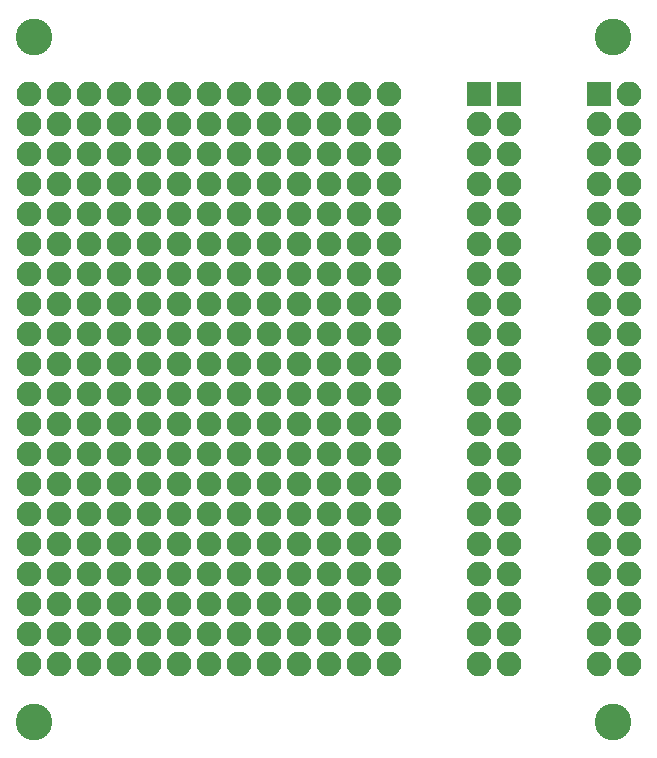
<source format=gts>
G04 #@! TF.GenerationSoftware,KiCad,Pcbnew,5.0.0-rc1-44a33f2~62~ubuntu17.10.1*
G04 #@! TF.CreationDate,2018-04-10T00:15:36+09:00*
G04 #@! TF.ProjectId,RaspiUniversalHat,5261737069556E6976657273616C4861,rev?*
G04 #@! TF.SameCoordinates,Original*
G04 #@! TF.FileFunction,Soldermask,Top*
G04 #@! TF.FilePolarity,Negative*
%FSLAX46Y46*%
G04 Gerber Fmt 4.6, Leading zero omitted, Abs format (unit mm)*
G04 Created by KiCad (PCBNEW 5.0.0-rc1-44a33f2~62~ubuntu17.10.1) date Tue Apr 10 00:15:36 2018*
%MOMM*%
%LPD*%
G01*
G04 APERTURE LIST*
%ADD10O,2.100000X2.100000*%
%ADD11R,2.100000X2.100000*%
%ADD12C,3.100000*%
G04 APERTURE END LIST*
D10*
X80772000Y-114300000D03*
X80772000Y-116840000D03*
X80772000Y-119380000D03*
X80772000Y-121920000D03*
X80772000Y-124460000D03*
D11*
X123952000Y-76200000D03*
D10*
X126492000Y-76200000D03*
X123952000Y-78740000D03*
X126492000Y-78740000D03*
X123952000Y-81280000D03*
X126492000Y-81280000D03*
X123952000Y-83820000D03*
X126492000Y-83820000D03*
X123952000Y-86360000D03*
X126492000Y-86360000D03*
X123952000Y-88900000D03*
X126492000Y-88900000D03*
X123952000Y-91440000D03*
X126492000Y-91440000D03*
X123952000Y-93980000D03*
X126492000Y-93980000D03*
X123952000Y-96520000D03*
X126492000Y-96520000D03*
X123952000Y-99060000D03*
X126492000Y-99060000D03*
X123952000Y-101600000D03*
X126492000Y-101600000D03*
X123952000Y-104140000D03*
X126492000Y-104140000D03*
X123952000Y-106680000D03*
X126492000Y-106680000D03*
X123952000Y-109220000D03*
X126492000Y-109220000D03*
X123952000Y-111760000D03*
X126492000Y-111760000D03*
X123952000Y-114300000D03*
X126492000Y-114300000D03*
X123952000Y-116840000D03*
X126492000Y-116840000D03*
X123952000Y-119380000D03*
X126492000Y-119380000D03*
X123952000Y-121920000D03*
X126492000Y-121920000D03*
X123952000Y-124460000D03*
X126492000Y-124460000D03*
D12*
X76095000Y-71330000D03*
X125095000Y-71330000D03*
X76095000Y-129330000D03*
X125095000Y-129330000D03*
D10*
X93472000Y-124460000D03*
X93472000Y-121920000D03*
X93472000Y-119380000D03*
X93472000Y-116840000D03*
X93472000Y-114300000D03*
X101092000Y-76200000D03*
X101092000Y-78740000D03*
X101092000Y-81280000D03*
X101092000Y-83820000D03*
X101092000Y-86360000D03*
X90932000Y-114300000D03*
X90932000Y-116840000D03*
X90932000Y-119380000D03*
X90932000Y-121920000D03*
X90932000Y-124460000D03*
X75692000Y-86360000D03*
X75692000Y-83820000D03*
X75692000Y-81280000D03*
X75692000Y-78740000D03*
X75692000Y-76200000D03*
X98552000Y-86360000D03*
X98552000Y-83820000D03*
X98552000Y-81280000D03*
X98552000Y-78740000D03*
X98552000Y-76200000D03*
X96012000Y-76200000D03*
X96012000Y-78740000D03*
X96012000Y-81280000D03*
X96012000Y-83820000D03*
X96012000Y-86360000D03*
X98552000Y-124460000D03*
X98552000Y-121920000D03*
X98552000Y-119380000D03*
X98552000Y-116840000D03*
X98552000Y-114300000D03*
X93472000Y-86360000D03*
X93472000Y-83820000D03*
X93472000Y-81280000D03*
X93472000Y-78740000D03*
X93472000Y-76200000D03*
X75692000Y-114300000D03*
X75692000Y-116840000D03*
X75692000Y-119380000D03*
X75692000Y-121920000D03*
X75692000Y-124460000D03*
X96012000Y-124460000D03*
X96012000Y-121920000D03*
X96012000Y-119380000D03*
X96012000Y-116840000D03*
X96012000Y-114300000D03*
X90932000Y-86360000D03*
X90932000Y-83820000D03*
X90932000Y-81280000D03*
X90932000Y-78740000D03*
X90932000Y-76200000D03*
X88392000Y-76200000D03*
X88392000Y-78740000D03*
X88392000Y-81280000D03*
X88392000Y-83820000D03*
X88392000Y-86360000D03*
X85852000Y-86360000D03*
X85852000Y-83820000D03*
X85852000Y-81280000D03*
X85852000Y-78740000D03*
X85852000Y-76200000D03*
X83312000Y-76200000D03*
X83312000Y-78740000D03*
X83312000Y-81280000D03*
X83312000Y-83820000D03*
X83312000Y-86360000D03*
X85852000Y-124460000D03*
X85852000Y-121920000D03*
X85852000Y-119380000D03*
X85852000Y-116840000D03*
X85852000Y-114300000D03*
X75692000Y-88900000D03*
X75692000Y-91440000D03*
X75692000Y-93980000D03*
X75692000Y-96520000D03*
X75692000Y-99060000D03*
X78232000Y-99060000D03*
X78232000Y-96520000D03*
X78232000Y-93980000D03*
X78232000Y-91440000D03*
X78232000Y-88900000D03*
X78232000Y-114300000D03*
X78232000Y-116840000D03*
X78232000Y-119380000D03*
X78232000Y-121920000D03*
X78232000Y-124460000D03*
X83312000Y-114300000D03*
X83312000Y-116840000D03*
X83312000Y-119380000D03*
X83312000Y-121920000D03*
X83312000Y-124460000D03*
X103632000Y-114300000D03*
X103632000Y-116840000D03*
X103632000Y-119380000D03*
X103632000Y-121920000D03*
X103632000Y-124460000D03*
X75692000Y-101600000D03*
X75692000Y-104140000D03*
X75692000Y-106680000D03*
X75692000Y-109220000D03*
X75692000Y-111760000D03*
X101092000Y-124460000D03*
X101092000Y-121920000D03*
X101092000Y-119380000D03*
X101092000Y-116840000D03*
X101092000Y-114300000D03*
X83312000Y-88900000D03*
X83312000Y-91440000D03*
X83312000Y-93980000D03*
X83312000Y-96520000D03*
X83312000Y-99060000D03*
X106172000Y-124460000D03*
X106172000Y-121920000D03*
X106172000Y-119380000D03*
X106172000Y-116840000D03*
X106172000Y-114300000D03*
X80772000Y-101600000D03*
X80772000Y-104140000D03*
X80772000Y-106680000D03*
X80772000Y-109220000D03*
X80772000Y-111760000D03*
X88392000Y-124460000D03*
X88392000Y-121920000D03*
X88392000Y-119380000D03*
X88392000Y-116840000D03*
X88392000Y-114300000D03*
X85852000Y-88900000D03*
X85852000Y-91440000D03*
X85852000Y-93980000D03*
X85852000Y-96520000D03*
X85852000Y-99060000D03*
X101092000Y-88900000D03*
X101092000Y-91440000D03*
X101092000Y-93980000D03*
X101092000Y-96520000D03*
X101092000Y-99060000D03*
X93472000Y-101600000D03*
X93472000Y-104140000D03*
X93472000Y-106680000D03*
X93472000Y-109220000D03*
X93472000Y-111760000D03*
X78232000Y-111760000D03*
X78232000Y-109220000D03*
X78232000Y-106680000D03*
X78232000Y-104140000D03*
X78232000Y-101600000D03*
X80772000Y-76200000D03*
X80772000Y-78740000D03*
X80772000Y-81280000D03*
X80772000Y-83820000D03*
X80772000Y-86360000D03*
X103632000Y-99060000D03*
X103632000Y-96520000D03*
X103632000Y-93980000D03*
X103632000Y-91440000D03*
X103632000Y-88900000D03*
X78232000Y-76200000D03*
X78232000Y-78740000D03*
X78232000Y-81280000D03*
X78232000Y-83820000D03*
X78232000Y-86360000D03*
X83312000Y-111760000D03*
X83312000Y-109220000D03*
X83312000Y-106680000D03*
X83312000Y-104140000D03*
X83312000Y-101600000D03*
X90932000Y-101600000D03*
X90932000Y-104140000D03*
X90932000Y-106680000D03*
X90932000Y-109220000D03*
X90932000Y-111760000D03*
X106172000Y-99060000D03*
X106172000Y-96520000D03*
X106172000Y-93980000D03*
X106172000Y-91440000D03*
X106172000Y-88900000D03*
X96012000Y-111760000D03*
X96012000Y-109220000D03*
X96012000Y-106680000D03*
X96012000Y-104140000D03*
X96012000Y-101600000D03*
X85852000Y-111760000D03*
X85852000Y-109220000D03*
X85852000Y-106680000D03*
X85852000Y-104140000D03*
X85852000Y-101600000D03*
X93472000Y-88900000D03*
X93472000Y-91440000D03*
X93472000Y-93980000D03*
X93472000Y-96520000D03*
X93472000Y-99060000D03*
X90932000Y-99060000D03*
X90932000Y-96520000D03*
X90932000Y-93980000D03*
X90932000Y-91440000D03*
X90932000Y-88900000D03*
X101092000Y-101600000D03*
X101092000Y-104140000D03*
X101092000Y-106680000D03*
X101092000Y-109220000D03*
X101092000Y-111760000D03*
X96012000Y-99060000D03*
X96012000Y-96520000D03*
X96012000Y-93980000D03*
X96012000Y-91440000D03*
X96012000Y-88900000D03*
X88392000Y-111760000D03*
X88392000Y-109220000D03*
X88392000Y-106680000D03*
X88392000Y-104140000D03*
X88392000Y-101600000D03*
X106172000Y-111760000D03*
X106172000Y-109220000D03*
X106172000Y-106680000D03*
X106172000Y-104140000D03*
X106172000Y-101600000D03*
X98552000Y-111760000D03*
X98552000Y-109220000D03*
X98552000Y-106680000D03*
X98552000Y-104140000D03*
X98552000Y-101600000D03*
X98552000Y-99060000D03*
X98552000Y-96520000D03*
X98552000Y-93980000D03*
X98552000Y-91440000D03*
X98552000Y-88900000D03*
X80772000Y-88900000D03*
X80772000Y-91440000D03*
X80772000Y-93980000D03*
X80772000Y-96520000D03*
X80772000Y-99060000D03*
X103632000Y-111760000D03*
X103632000Y-109220000D03*
X103632000Y-106680000D03*
X103632000Y-104140000D03*
X103632000Y-101600000D03*
X88392000Y-88900000D03*
X88392000Y-91440000D03*
X88392000Y-93980000D03*
X88392000Y-96520000D03*
X88392000Y-99060000D03*
D11*
X113792000Y-76200000D03*
D10*
X113792000Y-78740000D03*
X113792000Y-81280000D03*
X113792000Y-83820000D03*
X113792000Y-86360000D03*
X113792000Y-88900000D03*
X113792000Y-91440000D03*
X113792000Y-93980000D03*
X113792000Y-96520000D03*
X113792000Y-99060000D03*
X113792000Y-101600000D03*
X113792000Y-104140000D03*
X113792000Y-106680000D03*
X113792000Y-109220000D03*
X113792000Y-111760000D03*
X113792000Y-114300000D03*
X113792000Y-116840000D03*
X113792000Y-119380000D03*
X113792000Y-121920000D03*
X113792000Y-124460000D03*
X116332000Y-124460000D03*
X116332000Y-121920000D03*
X116332000Y-119380000D03*
X116332000Y-116840000D03*
X116332000Y-114300000D03*
X116332000Y-111760000D03*
X116332000Y-109220000D03*
X116332000Y-106680000D03*
X116332000Y-104140000D03*
X116332000Y-101600000D03*
X116332000Y-99060000D03*
X116332000Y-96520000D03*
X116332000Y-93980000D03*
X116332000Y-91440000D03*
X116332000Y-88900000D03*
X116332000Y-86360000D03*
X116332000Y-83820000D03*
X116332000Y-81280000D03*
X116332000Y-78740000D03*
D11*
X116332000Y-76200000D03*
D10*
X106172000Y-76200000D03*
X106172000Y-78740000D03*
X106172000Y-81280000D03*
X106172000Y-83820000D03*
X106172000Y-86360000D03*
X103632000Y-76200000D03*
X103632000Y-78740000D03*
X103632000Y-81280000D03*
X103632000Y-83820000D03*
X103632000Y-86360000D03*
M02*

</source>
